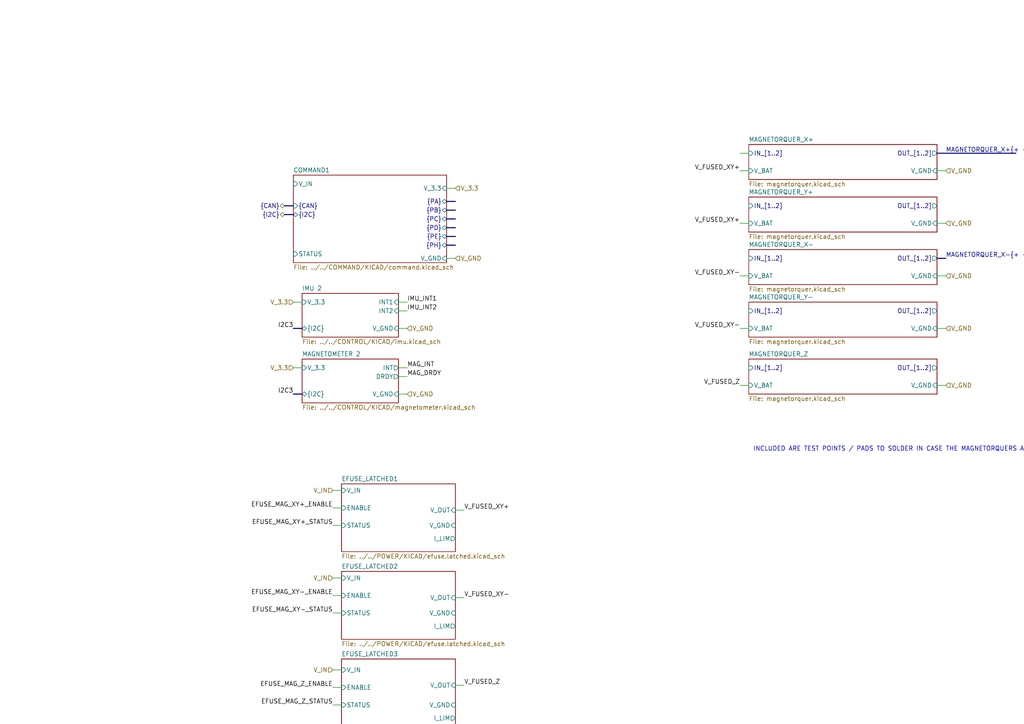
<source format=kicad_sch>
(kicad_sch
	(version 20231120)
	(generator "eeschema")
	(generator_version "8.0")
	(uuid "7f4e4c44-5473-4f00-90d0-0fbe402e61f1")
	(paper "A4")
	(lib_symbols)
	(bus
		(pts
			(xy 129.54 68.58) (xy 132.08 68.58)
		)
		(stroke
			(width 0)
			(type default)
		)
		(uuid "01a2e0d3-baf7-4d67-b38b-9f3c4bf87be1")
	)
	(wire
		(pts
			(xy 96.52 142.24) (xy 99.06 142.24)
		)
		(stroke
			(width 0)
			(type default)
		)
		(uuid "0a87adef-e4b7-4a1f-a71c-1150670cb333")
	)
	(wire
		(pts
			(xy 96.52 194.31) (xy 99.06 194.31)
		)
		(stroke
			(width 0)
			(type default)
		)
		(uuid "0b32551a-2365-4606-8e3c-60b24c90a0c8")
	)
	(wire
		(pts
			(xy 132.08 54.61) (xy 129.54 54.61)
		)
		(stroke
			(width 0)
			(type default)
		)
		(uuid "0c185c7c-5f87-499c-9f36-f9b8f1e6ffb6")
	)
	(wire
		(pts
			(xy 96.52 147.32) (xy 99.06 147.32)
		)
		(stroke
			(width 0)
			(type default)
		)
		(uuid "0dde5684-3c80-405f-b115-07827aa08757")
	)
	(bus
		(pts
			(xy 129.54 66.04) (xy 132.08 66.04)
		)
		(stroke
			(width 0)
			(type default)
		)
		(uuid "181f39a6-956f-470f-876f-f43980897bdf")
	)
	(wire
		(pts
			(xy 118.11 114.3) (xy 115.57 114.3)
		)
		(stroke
			(width 0)
			(type default)
		)
		(uuid "19d183c5-71d9-466b-a653-426f35ebb794")
	)
	(wire
		(pts
			(xy 115.57 109.22) (xy 118.11 109.22)
		)
		(stroke
			(width 0)
			(type default)
		)
		(uuid "1da3033e-46ff-42d3-b9c3-1dad26de2d74")
	)
	(wire
		(pts
			(xy 214.63 49.53) (xy 217.17 49.53)
		)
		(stroke
			(width 0)
			(type default)
		)
		(uuid "2d0fe62b-8260-44f7-baa9-d532518610c8")
	)
	(wire
		(pts
			(xy 274.32 49.53) (xy 271.78 49.53)
		)
		(stroke
			(width 0)
			(type default)
		)
		(uuid "3e521af2-c226-4f1d-a2d8-62baf9dc0167")
	)
	(wire
		(pts
			(xy 274.32 95.25) (xy 271.78 95.25)
		)
		(stroke
			(width 0)
			(type default)
		)
		(uuid "46b6abf3-42b1-4f89-bd2b-897070d51847")
	)
	(wire
		(pts
			(xy 274.32 64.77) (xy 271.78 64.77)
		)
		(stroke
			(width 0)
			(type default)
		)
		(uuid "4c4177c0-d60a-496d-95ca-2b47e0e660d3")
	)
	(wire
		(pts
			(xy 118.11 95.25) (xy 115.57 95.25)
		)
		(stroke
			(width 0)
			(type default)
		)
		(uuid "54cba764-ac87-4f55-b999-d98285055f66")
	)
	(wire
		(pts
			(xy 96.52 199.39) (xy 99.06 199.39)
		)
		(stroke
			(width 0)
			(type default)
		)
		(uuid "57eddc0c-3110-4ccf-8578-00c79b6cf8b0")
	)
	(wire
		(pts
			(xy 214.63 44.45) (xy 217.17 44.45)
		)
		(stroke
			(width 0)
			(type default)
		)
		(uuid "57f0c780-727a-4505-b9f2-ca010e6d1f8c")
	)
	(bus
		(pts
			(xy 271.78 44.45) (xy 294.64 44.45)
		)
		(stroke
			(width 0)
			(type default)
		)
		(uuid "5e4295c5-7bb2-45b4-bab0-8c58bf131ccf")
	)
	(wire
		(pts
			(xy 96.52 177.8) (xy 99.06 177.8)
		)
		(stroke
			(width 0)
			(type default)
		)
		(uuid "602437d0-0329-4453-a5ea-835a690dd0af")
	)
	(wire
		(pts
			(xy 115.57 90.17) (xy 118.11 90.17)
		)
		(stroke
			(width 0)
			(type default)
		)
		(uuid "66aadca2-954f-43d8-a29a-d459165c0ed7")
	)
	(wire
		(pts
			(xy 96.52 172.72) (xy 99.06 172.72)
		)
		(stroke
			(width 0)
			(type default)
		)
		(uuid "68d1a659-eb30-4bea-b4d1-1c175218df2b")
	)
	(bus
		(pts
			(xy 82.55 62.23) (xy 85.09 62.23)
		)
		(stroke
			(width 0)
			(type default)
		)
		(uuid "70714db5-25b8-4bed-b767-4c2760874b1f")
	)
	(bus
		(pts
			(xy 271.78 74.93) (xy 274.32 74.93)
		)
		(stroke
			(width 0)
			(type default)
		)
		(uuid "7f365bb8-b876-41b8-bafa-e40706083536")
	)
	(wire
		(pts
			(xy 115.57 87.63) (xy 118.11 87.63)
		)
		(stroke
			(width 0)
			(type default)
		)
		(uuid "82d30b0f-872a-4b28-b797-9ad1a4303315")
	)
	(wire
		(pts
			(xy 85.09 87.63) (xy 87.63 87.63)
		)
		(stroke
			(width 0)
			(type default)
		)
		(uuid "831e4f91-dc77-4846-b346-bf3c3d2a27f5")
	)
	(bus
		(pts
			(xy 85.09 95.25) (xy 87.63 95.25)
		)
		(stroke
			(width 0)
			(type default)
		)
		(uuid "83d68ebc-bb12-4ee3-9785-d322a98f3d8d")
	)
	(bus
		(pts
			(xy 129.54 63.5) (xy 132.08 63.5)
		)
		(stroke
			(width 0)
			(type default)
		)
		(uuid "86b1e614-2cd2-4856-9c73-b2c5130218c9")
	)
	(wire
		(pts
			(xy 115.57 106.68) (xy 118.11 106.68)
		)
		(stroke
			(width 0)
			(type default)
		)
		(uuid "87f1fbc0-6593-417d-bca3-3d12ffe7c934")
	)
	(wire
		(pts
			(xy 274.32 80.01) (xy 271.78 80.01)
		)
		(stroke
			(width 0)
			(type default)
		)
		(uuid "88489b60-3337-47d6-af37-5434898df31d")
	)
	(bus
		(pts
			(xy 129.54 71.12) (xy 132.08 71.12)
		)
		(stroke
			(width 0)
			(type default)
		)
		(uuid "8f0ca80e-cfa2-4756-ba71-75afbb5ab17f")
	)
	(wire
		(pts
			(xy 134.62 198.755) (xy 132.08 198.755)
		)
		(stroke
			(width 0)
			(type default)
		)
		(uuid "9ba690f6-8a74-4c7c-97e8-5eecbffe7990")
	)
	(wire
		(pts
			(xy 214.63 64.77) (xy 217.17 64.77)
		)
		(stroke
			(width 0)
			(type default)
		)
		(uuid "9c85b3dd-3a38-409e-982f-12e5f44d77d0")
	)
	(wire
		(pts
			(xy 132.08 74.93) (xy 129.54 74.93)
		)
		(stroke
			(width 0)
			(type default)
		)
		(uuid "9d34e576-da9e-4705-bdd6-4a1fa38c61b1")
	)
	(wire
		(pts
			(xy 214.63 80.01) (xy 217.17 80.01)
		)
		(stroke
			(width 0)
			(type default)
		)
		(uuid "a0a70513-3c07-43ad-b08e-4a930421be45")
	)
	(bus
		(pts
			(xy 129.54 58.42) (xy 132.08 58.42)
		)
		(stroke
			(width 0)
			(type default)
		)
		(uuid "b5e52b5e-14ed-4378-bcb2-e9bd5082fd10")
	)
	(wire
		(pts
			(xy 274.32 111.76) (xy 271.78 111.76)
		)
		(stroke
			(width 0)
			(type default)
		)
		(uuid "bafe0b87-46ea-42bd-924f-e727f825905f")
	)
	(bus
		(pts
			(xy 129.54 60.96) (xy 132.08 60.96)
		)
		(stroke
			(width 0)
			(type default)
		)
		(uuid "c27b8416-2ec3-47c9-8272-a1da3737bcda")
	)
	(wire
		(pts
			(xy 96.52 204.47) (xy 99.06 204.47)
		)
		(stroke
			(width 0)
			(type default)
		)
		(uuid "da85bbf8-cbc7-48bb-a6ab-7ec10aa90856")
	)
	(bus
		(pts
			(xy 85.09 114.3) (xy 87.63 114.3)
		)
		(stroke
			(width 0)
			(type default)
		)
		(uuid "db15aace-00d2-4fd0-aaca-bfab6d71072b")
	)
	(wire
		(pts
			(xy 96.52 152.4) (xy 99.06 152.4)
		)
		(stroke
			(width 0)
			(type default)
		)
		(uuid "dc7bac13-3d40-47bf-995e-da79294c0ec5")
	)
	(wire
		(pts
			(xy 134.62 147.955) (xy 132.08 147.955)
		)
		(stroke
			(width 0)
			(type default)
		)
		(uuid "e4cff0ff-47db-4468-9459-4a978108acbc")
	)
	(wire
		(pts
			(xy 214.63 95.25) (xy 217.17 95.25)
		)
		(stroke
			(width 0)
			(type default)
		)
		(uuid "e587192e-24f7-4154-8fe1-56e145144937")
	)
	(wire
		(pts
			(xy 134.62 173.355) (xy 132.08 173.355)
		)
		(stroke
			(width 0)
			(type default)
		)
		(uuid "e9c87195-9162-4742-bce2-1dd423acaff2")
	)
	(wire
		(pts
			(xy 214.63 111.76) (xy 217.17 111.76)
		)
		(stroke
			(width 0)
			(type default)
		)
		(uuid "eea8dbd0-25a2-4c3b-8e44-b22a7ea9360a")
	)
	(wire
		(pts
			(xy 96.52 167.64) (xy 99.06 167.64)
		)
		(stroke
			(width 0)
			(type default)
		)
		(uuid "eefc3f00-24d8-43c4-890e-a8454cceca28")
	)
	(bus
		(pts
			(xy 82.55 59.69) (xy 85.09 59.69)
		)
		(stroke
			(width 0)
			(type default)
		)
		(uuid "ef8cb364-2788-4559-85de-a6cd91080640")
	)
	(wire
		(pts
			(xy 85.09 106.68) (xy 87.63 106.68)
		)
		(stroke
			(width 0)
			(type default)
		)
		(uuid "f52e17af-e071-40cd-b3be-87705108b5a7")
	)
	(text "INCLUDED ARE TEST POINTS / PADS TO SOLDER IN CASE THE MAGNETORQUERS ARE TOO WEAK"
		(exclude_from_sim no)
		(at 218.44 129.54 0)
		(effects
			(font
				(size 1.27 1.27)
			)
			(justify left top)
		)
		(uuid "c08d4e74-9740-4537-b6cf-18bc45d2b083")
	)
	(label "I2C3"
		(at 85.09 114.3 180)
		(fields_autoplaced yes)
		(effects
			(font
				(size 1.27 1.27)
			)
			(justify right bottom)
		)
		(uuid "0064d70f-6fc6-4978-b2b9-4b00b2ec3660")
	)
	(label "IMU_INT2"
		(at 118.11 90.17 0)
		(fields_autoplaced yes)
		(effects
			(font
				(size 1.27 1.27)
			)
			(justify left bottom)
		)
		(uuid "1ed6895f-5e4f-4689-916d-75f621e8c686")
	)
	(label "MAGNETORQUER_X+{+ -}"
		(at 274.32 44.45 0)
		(fields_autoplaced yes)
		(effects
			(font
				(size 1.27 1.27)
			)
			(justify left bottom)
		)
		(uuid "25649e77-0cb0-4bba-919d-843cc53e713a")
	)
	(label "V_FUSED_XY+"
		(at 214.63 64.77 180)
		(fields_autoplaced yes)
		(effects
			(font
				(size 1.27 1.27)
			)
			(justify right bottom)
		)
		(uuid "29ba0c2c-aa51-4bce-b128-3b33cfc569b8")
	)
	(label "EFUSE_MAG_Z_STATUS"
		(at 96.52 204.47 180)
		(fields_autoplaced yes)
		(effects
			(font
				(size 1.27 1.27)
			)
			(justify right bottom)
		)
		(uuid "417e171f-5514-4774-ac5b-a5dd99073505")
	)
	(label "V_FUSED_XY+"
		(at 134.62 147.955 0)
		(fields_autoplaced yes)
		(effects
			(font
				(size 1.27 1.27)
			)
			(justify left bottom)
		)
		(uuid "4d63b35e-364c-4897-89b2-0372bfa30af5")
	)
	(label "V_FUSED_XY-"
		(at 214.63 95.25 180)
		(fields_autoplaced yes)
		(effects
			(font
				(size 1.27 1.27)
			)
			(justify right bottom)
		)
		(uuid "58b1cae6-f808-4657-ac9c-40ff19a7f7e1")
	)
	(label "EFUSE_MAG_Z_ENABLE"
		(at 96.52 199.39 180)
		(fields_autoplaced yes)
		(effects
			(font
				(size 1.27 1.27)
			)
			(justify right bottom)
		)
		(uuid "7881b9ab-3654-4272-b3e1-664da5e9d4c9")
	)
	(label "V_FUSED_Z"
		(at 214.63 111.76 180)
		(fields_autoplaced yes)
		(effects
			(font
				(size 1.27 1.27)
			)
			(justify right bottom)
		)
		(uuid "868ace7a-0cc4-45e8-bae0-b5a4dae8fe4c")
	)
	(label "MAG_DRDY"
		(at 118.11 109.22 0)
		(fields_autoplaced yes)
		(effects
			(font
				(size 1.27 1.27)
			)
			(justify left bottom)
		)
		(uuid "9dd818e8-c691-4add-b94e-c1bbad1ab4f0")
	)
	(label "EFUSE_MAG_XY-_STATUS"
		(at 96.52 177.8 180)
		(fields_autoplaced yes)
		(effects
			(font
				(size 1.27 1.27)
			)
			(justify right bottom)
		)
		(uuid "a8ad8f69-ee0b-4a6f-80c8-8e778e3d5a3d")
	)
	(label "EFUSE_MAG_XY-_ENABLE"
		(at 96.52 172.72 180)
		(fields_autoplaced yes)
		(effects
			(font
				(size 1.27 1.27)
			)
			(justify right bottom)
		)
		(uuid "ad2500d1-14cf-4b19-90ee-e07087604698")
	)
	(label "MAGNETORQUER_X-{+ -}"
		(at 274.32 74.93 0)
		(fields_autoplaced yes)
		(effects
			(font
				(size 1.27 1.27)
			)
			(justify left bottom)
		)
		(uuid "b58b11e0-75bc-4889-8e57-dcd771758cbc")
	)
	(label "V_FUSED_XY+"
		(at 214.63 49.53 180)
		(fields_autoplaced yes)
		(effects
			(font
				(size 1.27 1.27)
			)
			(justify right bottom)
		)
		(uuid "b780e1e9-9577-41f2-9512-3e91145d56ed")
	)
	(label "V_FUSED_Z"
		(at 134.62 198.755 0)
		(fields_autoplaced yes)
		(effects
			(font
				(size 1.27 1.27)
			)
			(justify left bottom)
		)
		(uuid "bd8bffa8-78ab-4049-a727-e485317a2827")
	)
	(label "EFUSE_MAG_XY+_STATUS"
		(at 96.52 152.4 180)
		(fields_autoplaced yes)
		(effects
			(font
				(size 1.27 1.27)
			)
			(justify right bottom)
		)
		(uuid "c753f6d6-db28-495e-ad98-1ec70466ef6c")
	)
	(label "IMU_INT1"
		(at 118.11 87.63 0)
		(fields_autoplaced yes)
		(effects
			(font
				(size 1.27 1.27)
			)
			(justify left bottom)
		)
		(uuid "d1c88199-6865-4024-81e8-eb107ec3ab70")
	)
	(label "V_FUSED_XY-"
		(at 214.63 80.01 180)
		(fields_autoplaced yes)
		(effects
			(font
				(size 1.27 1.27)
			)
			(justify right bottom)
		)
		(uuid "da75e2d4-620e-4e83-91ae-7ddd342bc5f2")
	)
	(label "EFUSE_MAG_XY+_ENABLE"
		(at 96.52 147.32 180)
		(fields_autoplaced yes)
		(effects
			(font
				(size 1.27 1.27)
			)
			(justify right bottom)
		)
		(uuid "e491ff23-db04-4fc5-ab35-0d02feeeb1a7")
	)
	(label "MAG_INT"
		(at 118.11 106.68 0)
		(fields_autoplaced yes)
		(effects
			(font
				(size 1.27 1.27)
			)
			(justify left bottom)
		)
		(uuid "ee086fd8-8776-4a93-a486-494ce9157ef6")
	)
	(label "V_FUSED_XY-"
		(at 134.62 173.355 0)
		(fields_autoplaced yes)
		(effects
			(font
				(size 1.27 1.27)
			)
			(justify left bottom)
		)
		(uuid "ef3f8214-d339-4d04-8d81-77d64e6d2fa6")
	)
	(label "I2C3"
		(at 85.09 95.25 180)
		(fields_autoplaced yes)
		(effects
			(font
				(size 1.27 1.27)
			)
			(justify right bottom)
		)
		(uuid "f84eb9bb-c7b5-43b0-baf3-3e0c6335863e")
	)
	(hierarchical_label "V_IN"
		(shape input)
		(at 96.52 142.24 180)
		(fields_autoplaced yes)
		(effects
			(font
				(size 1.27 1.27)
			)
			(justify right)
		)
		(uuid "44a509b2-2fdb-4b40-ba92-5a0da1a66cc0")
	)
	(hierarchical_label "V_3.3"
		(shape input)
		(at 132.08 54.61 0)
		(fields_autoplaced yes)
		(effects
			(font
				(size 1.27 1.27)
			)
			(justify left)
		)
		(uuid "545be776-9776-4d6b-95ae-45a2f540d624")
	)
	(hierarchical_label "V_GND"
		(shape input)
		(at 274.32 111.76 0)
		(fields_autoplaced yes)
		(effects
			(font
				(size 1.27 1.27)
			)
			(justify left)
		)
		(uuid "574a0fc8-b5fb-49ad-873d-6cf6e2036978")
	)
	(hierarchical_label "V_GND"
		(shape input)
		(at 118.11 114.3 0)
		(fields_autoplaced yes)
		(effects
			(font
				(size 1.27 1.27)
			)
			(justify left)
		)
		(uuid "6f6b190a-84f8-42da-b77b-c39223e0270b")
	)
	(hierarchical_label "V_IN"
		(shape input)
		(at 96.52 194.31 180)
		(fields_autoplaced yes)
		(effects
			(font
				(size 1.27 1.27)
			)
			(justify right)
		)
		(uuid "70cf0d20-d686-4969-bd18-8389fff7caa0")
	)
	(hierarchical_label "V_3.3"
		(shape input)
		(at 85.09 106.68 180)
		(fields_autoplaced yes)
		(effects
			(font
				(size 1.27 1.27)
			)
			(justify right)
		)
		(uuid "78149bb7-b730-4c84-84a8-6c7769a4cd5d")
	)
	(hierarchical_label "V_GND"
		(shape input)
		(at 132.08 74.93 0)
		(fields_autoplaced yes)
		(effects
			(font
				(size 1.27 1.27)
			)
			(justify left)
		)
		(uuid "797c5572-c3bc-48b5-8563-359e2410cfd0")
	)
	(hierarchical_label "V_GND"
		(shape input)
		(at 274.32 80.01 0)
		(fields_autoplaced yes)
		(effects
			(font
				(size 1.27 1.27)
			)
			(justify left)
		)
		(uuid "92df1fda-4739-4866-a271-d829bfee4cb9")
	)
	(hierarchical_label "{CAN}"
		(shape bidirectional)
		(at 82.55 59.69 180)
		(fields_autoplaced yes)
		(effects
			(font
				(size 1.27 1.27)
			)
			(justify right)
		)
		(uuid "93425bac-18c5-45a5-9415-cc75e5a02cee")
	)
	(hierarchical_label "V_GND"
		(shape input)
		(at 274.32 95.25 0)
		(fields_autoplaced yes)
		(effects
			(font
				(size 1.27 1.27)
			)
			(justify left)
		)
		(uuid "a788539a-da21-4863-bce9-2fd1b6b35ea4")
	)
	(hierarchical_label "V_GND"
		(shape input)
		(at 274.32 64.77 0)
		(fields_autoplaced yes)
		(effects
			(font
				(size 1.27 1.27)
			)
			(justify left)
		)
		(uuid "aeb50544-94e1-4c70-a200-a8a8554e9031")
	)
	(hierarchical_label "V_GND"
		(shape input)
		(at 118.11 95.25 0)
		(fields_autoplaced yes)
		(effects
			(font
				(size 1.27 1.27)
			)
			(justify left)
		)
		(uuid "c97e9bc6-dd79-4119-922c-04682e9ae05c")
	)
	(hierarchical_label "V_IN"
		(shape input)
		(at 96.52 167.64 180)
		(fields_autoplaced yes)
		(effects
			(font
				(size 1.27 1.27)
			)
			(justify right)
		)
		(uuid "ea8a4daa-2696-4229-baa2-0b265be0213a")
	)
	(hierarchical_label "{I2C}"
		(shape bidirectional)
		(at 82.55 62.23 180)
		(fields_autoplaced yes)
		(effects
			(font
				(size 1.27 1.27)
			)
			(justify right)
		)
		(uuid "f2753418-a2cd-425e-ae36-718668cba717")
	)
	(hierarchical_label "V_GND"
		(shape input)
		(at 274.32 49.53 0)
		(fields_autoplaced yes)
		(effects
			(font
				(size 1.27 1.27)
			)
			(justify left)
		)
		(uuid "f7dd5cea-fa64-43fe-aa40-d0ab007766b5")
	)
	(hierarchical_label "V_3.3"
		(shape input)
		(at 85.09 87.63 180)
		(fields_autoplaced yes)
		(effects
			(font
				(size 1.27 1.27)
			)
			(justify right)
		)
		(uuid "f8a2b10c-8649-456d-aa8a-b053e5c1710d")
	)
	(sheet
		(at 99.06 165.735)
		(size 33.02 19.685)
		(fields_autoplaced yes)
		(stroke
			(width 0.1524)
			(type solid)
		)
		(fill
			(color 0 0 0 0.0000)
		)
		(uuid "0c778c24-e804-4e7a-a7ec-0e61d23660cd")
		(property "Sheetname" "EFUSE_LATCHED2"
			(at 99.06 165.0234 0)
			(effects
				(font
					(size 1.27 1.27)
				)
				(justify left bottom)
			)
		)
		(property "Sheetfile" "../../POWER/KICAD/efuse.latched.kicad_sch"
			(at 99.06 186.0046 0)
			(effects
				(font
					(size 1.27 1.27)
				)
				(justify left top)
			)
		)
		(pin "V_OUT" input
			(at 132.08 173.355 0)
			(effects
				(font
					(size 1.27 1.27)
				)
				(justify right)
			)
			(uuid "c0121a93-124a-4f62-a0dd-423e6b344f11")
		)
		(pin "V_GND" input
			(at 132.08 177.8 0)
			(effects
				(font
					(size 1.27 1.27)
				)
				(justify right)
			)
			(uuid "a9193146-b25e-4a54-9ecb-1fdae22a6293")
		)
		(pin "STATUS" input
			(at 99.06 177.8 180)
			(effects
				(font
					(size 1.27 1.27)
				)
				(justify left)
			)
			(uuid "e61b761d-03bf-4698-8dca-79154cad07b6")
		)
		(pin "ENABLE" input
			(at 99.06 172.72 180)
			(effects
				(font
					(size 1.27 1.27)
				)
				(justify left)
			)
			(uuid "0f5c2122-5d91-4231-b546-871559160f21")
		)
		(pin "V_IN" input
			(at 99.06 167.64 180)
			(effects
				(font
					(size 1.27 1.27)
				)
				(justify left)
			)
			(uuid "91f53e23-6a2e-43f9-bb33-0e409c78fbd8")
		)
		(pin "I_LIM" output
			(at 132.08 181.61 0)
			(effects
				(font
					(size 1.27 1.27)
				)
				(justify right)
			)
			(uuid "9ffbb163-f60b-414e-80e1-eee304e4511b")
		)
		(instances
			(project "control"
				(path "/c4b3c8f9-82bd-4648-8d22-870bf16aa829/29a81977-0a76-472b-8d88-45695e75b501"
					(page "39")
				)
			)
		)
	)
	(sheet
		(at 99.06 191.135)
		(size 33.02 22.86)
		(fields_autoplaced yes)
		(stroke
			(width 0.1524)
			(type solid)
		)
		(fill
			(color 0 0 0 0.0000)
		)
		(uuid "225a98f3-f595-40fb-98a2-a3c507f7e1c7")
		(property "Sheetname" "EFUSE_LATCHED3"
			(at 99.06 190.4234 0)
			(effects
				(font
					(size 1.27 1.27)
				)
				(justify left bottom)
			)
		)
		(property "Sheetfile" "../../POWER/KICAD/efuse.latched.kicad_sch"
			(at 99.06 214.5796 0)
			(effects
				(font
					(size 1.27 1.27)
				)
				(justify left top)
			)
		)
		(pin "V_OUT" input
			(at 132.08 198.755 0)
			(effects
				(font
					(size 1.27 1.27)
				)
				(justify right)
			)
			(uuid "4c1f5244-5ce9-4954-bbca-b00fdd8415c6")
		)
		(pin "V_GND" input
			(at 132.08 204.47 0)
			(effects
				(font
					(size 1.27 1.27)
				)
				(justify right)
			)
			(uuid "2ce6bba8-77b1-4b2d-94f4-727b121feb06")
		)
		(pin "STATUS" input
			(at 99.06 204.47 180)
			(effects
				(font
					(size 1.27 1.27)
				)
				(justify left)
			)
			(uuid "c0273ccd-fee7-4775-83b5-ffb554635733")
		)
		(pin "ENABLE" input
			(at 99.06 199.39 180)
			(effects
				(font
					(size 1.27 1.27)
				)
				(justify left)
			)
			(uuid "9f08734a-0f03-44f4-8ae0-f716a0570505")
		)
		(pin "V_IN" input
			(at 99.06 194.31 180)
			(effects
				(font
					(size 1.27 1.27)
				)
				(justify left)
			)
			(uuid "213e5f71-e8b9-49cc-9058-4a5c53fcbea3")
		)
		(pin "I_LIM" output
			(at 132.08 208.28 0)
			(effects
				(font
					(size 1.27 1.27)
				)
				(justify right)
			)
			(uuid "32452431-797d-4b5a-9d17-08968f6efb47")
		)
		(instances
			(project "control"
				(path "/c4b3c8f9-82bd-4648-8d22-870bf16aa829/29a81977-0a76-472b-8d88-45695e75b501"
					(page "41")
				)
			)
		)
	)
	(sheet
		(at 217.17 41.91)
		(size 54.61 10.16)
		(fields_autoplaced yes)
		(stroke
			(width 0.1524)
			(type solid)
		)
		(fill
			(color 0 0 0 0.0000)
		)
		(uuid "5515c2b4-89e0-44d6-9c6c-4352b897283b")
		(property "Sheetname" "MAGNETORQUER_X+"
			(at 217.17 41.1984 0)
			(effects
				(font
					(size 1.27 1.27)
				)
				(justify left bottom)
			)
		)
		(property "Sheetfile" "magnetorquer.kicad_sch"
			(at 217.17 52.6546 0)
			(effects
				(font
					(size 1.27 1.27)
				)
				(justify left top)
			)
		)
		(pin "V_BAT" input
			(at 217.17 49.53 180)
			(effects
				(font
					(size 1.27 1.27)
				)
				(justify left)
			)
			(uuid "193de690-0f5b-4b29-9c90-5490d35674b4")
		)
		(pin "V_GND" input
			(at 271.78 49.53 0)
			(effects
				(font
					(size 1.27 1.27)
				)
				(justify right)
			)
			(uuid "cb4c451b-1742-4a97-910e-546176673d8c")
		)
		(pin "OUT_[1..2]" output
			(at 271.78 44.45 0)
			(effects
				(font
					(size 1.27 1.27)
				)
				(justify right)
			)
			(uuid "d9b6306d-b56a-4653-a626-bcb2435a3d23")
		)
		(pin "IN_[1..2]" input
			(at 217.17 44.45 180)
			(effects
				(font
					(size 1.27 1.27)
				)
				(justify left)
			)
			(uuid "e0b1beea-2ffb-4f62-be8f-fa31839bfdc1")
		)
		(instances
			(project "control"
				(path "/c4b3c8f9-82bd-4648-8d22-870bf16aa829/29a81977-0a76-472b-8d88-45695e75b501"
					(page "20")
				)
			)
		)
	)
	(sheet
		(at 217.17 104.14)
		(size 54.61 10.16)
		(fields_autoplaced yes)
		(stroke
			(width 0.1524)
			(type solid)
		)
		(fill
			(color 0 0 0 0.0000)
		)
		(uuid "5b9a0047-516c-4e3b-addf-e80b44a059cc")
		(property "Sheetname" "MAGNETORQUER_Z"
			(at 217.17 103.4284 0)
			(effects
				(font
					(size 1.27 1.27)
				)
				(justify left bottom)
			)
		)
		(property "Sheetfile" "magnetorquer.kicad_sch"
			(at 217.17 114.8846 0)
			(effects
				(font
					(size 1.27 1.27)
				)
				(justify left top)
			)
		)
		(pin "V_BAT" input
			(at 217.17 111.76 180)
			(effects
				(font
					(size 1.27 1.27)
				)
				(justify left)
			)
			(uuid "c7c62637-c6b0-4f08-8a73-a2e534b8a9ed")
		)
		(pin "V_GND" input
			(at 271.78 111.76 0)
			(effects
				(font
					(size 1.27 1.27)
				)
				(justify right)
			)
			(uuid "0cbb4f84-817a-40c1-89ed-1f287fee20d0")
		)
		(pin "OUT_[1..2]" output
			(at 271.78 106.68 0)
			(effects
				(font
					(size 1.27 1.27)
				)
				(justify right)
			)
			(uuid "5c9300db-7fa6-42d7-bd44-bff8d8273489")
		)
		(pin "IN_[1..2]" input
			(at 217.17 106.68 180)
			(effects
				(font
					(size 1.27 1.27)
				)
				(justify left)
			)
			(uuid "b2e1c85c-d974-419e-9e3a-90a9eab0c427")
		)
		(instances
			(project "control"
				(path "/c4b3c8f9-82bd-4648-8d22-870bf16aa829/29a81977-0a76-472b-8d88-45695e75b501"
					(page "18")
				)
			)
		)
	)
	(sheet
		(at 85.09 50.8)
		(size 44.45 25.4)
		(fields_autoplaced yes)
		(stroke
			(width 0.1524)
			(type solid)
		)
		(fill
			(color 0 0 0 0.0000)
		)
		(uuid "5d95f24e-69a0-4585-974a-64f0c2602c3c")
		(property "Sheetname" "COMMAND1"
			(at 85.09 50.0884 0)
			(effects
				(font
					(size 1.27 1.27)
				)
				(justify left bottom)
			)
		)
		(property "Sheetfile" "../../COMMAND/KICAD/command.kicad_sch"
			(at 85.09 76.7846 0)
			(effects
				(font
					(size 1.27 1.27)
				)
				(justify left top)
			)
		)
		(pin "{I2C}" bidirectional
			(at 85.09 62.23 180)
			(effects
				(font
					(size 1.27 1.27)
				)
				(justify left)
			)
			(uuid "9589eb89-038b-4d5a-a5e0-6b86f5b6674a")
		)
		(pin "V_3.3" input
			(at 129.54 54.61 0)
			(effects
				(font
					(size 1.27 1.27)
				)
				(justify right)
			)
			(uuid "ba30d340-1b89-4986-8949-172df1e559b0")
		)
		(pin "V_GND" input
			(at 129.54 74.93 0)
			(effects
				(font
					(size 1.27 1.27)
				)
				(justify right)
			)
			(uuid "f22c4029-c5b6-462d-bf0e-0f5ffb487578")
		)
		(pin "{CAN}" input
			(at 85.09 59.69 180)
			(effects
				(font
					(size 1.27 1.27)
				)
				(justify left)
			)
			(uuid "57976f8f-1294-4765-bf9d-5171a3cbe896")
		)
		(pin "STATUS" input
			(at 85.09 73.66 180)
			(effects
				(font
					(size 1.27 1.27)
				)
				(justify left)
			)
			(uuid "d9eb604e-32ad-4e4d-9833-c57308776e46")
		)
		(pin "{PD}" bidirectional
			(at 129.54 66.04 0)
			(effects
				(font
					(size 1.27 1.27)
				)
				(justify right)
			)
			(uuid "30677a31-b157-42b1-8cd5-0f36d9fdb73e")
		)
		(pin "{PB}" bidirectional
			(at 129.54 60.96 0)
			(effects
				(font
					(size 1.27 1.27)
				)
				(justify right)
			)
			(uuid "9ab00b5a-03d8-4fcc-8ca4-ac3cb44a735f")
		)
		(pin "{PA}" bidirectional
			(at 129.54 58.42 0)
			(effects
				(font
					(size 1.27 1.27)
				)
				(justify right)
			)
			(uuid "5a077609-78d2-4a85-b361-5e11e394c918")
		)
		(pin "{PC}" bidirectional
			(at 129.54 63.5 0)
			(effects
				(font
					(size 1.27 1.27)
				)
				(justify right)
			)
			(uuid "5667f782-3b92-443a-a8ba-865c77283cbf")
		)
		(pin "{PE}" bidirectional
			(at 129.54 68.58 0)
			(effects
				(font
					(size 1.27 1.27)
				)
				(justify right)
			)
			(uuid "43d70cc2-ed3f-47da-9a66-aa64677491d0")
		)
		(pin "{PH}" bidirectional
			(at 129.54 71.12 0)
			(effects
				(font
					(size 1.27 1.27)
				)
				(justify right)
			)
			(uuid "2075dd15-e6c4-418b-bd06-2ca8d6cc4099")
		)
		(pin "V_IN" input
			(at 85.09 53.34 180)
			(effects
				(font
					(size 1.27 1.27)
				)
				(justify left)
			)
			(uuid "ac244e51-a0a2-4add-99e2-3ca77c30435b")
		)
		(instances
			(project "control"
				(path "/c4b3c8f9-82bd-4648-8d22-870bf16aa829/29a81977-0a76-472b-8d88-45695e75b501"
					(page "19")
				)
			)
		)
	)
	(sheet
		(at 87.63 104.14)
		(size 27.94 12.7)
		(fields_autoplaced yes)
		(stroke
			(width 0.1524)
			(type solid)
		)
		(fill
			(color 0 0 0 0.0000)
		)
		(uuid "73b2e9ff-1238-4887-a719-793481ab6810")
		(property "Sheetname" "MAGNETOMETER 2"
			(at 87.63 103.4284 0)
			(effects
				(font
					(size 1.27 1.27)
				)
				(justify left bottom)
			)
		)
		(property "Sheetfile" "../../CONTROL/KICAD/magnetometer.kicad_sch"
			(at 87.63 117.4246 0)
			(effects
				(font
					(size 1.27 1.27)
				)
				(justify left top)
			)
		)
		(pin "V_GND" input
			(at 115.57 114.3 0)
			(effects
				(font
					(size 1.27 1.27)
				)
				(justify right)
			)
			(uuid "c8d751b6-0ca4-4e23-a14b-157564d254bd")
		)
		(pin "V_3.3" input
			(at 87.63 106.68 180)
			(effects
				(font
					(size 1.27 1.27)
				)
				(justify left)
			)
			(uuid "2cb72cff-3426-4c24-8a8a-b380a496c162")
		)
		(pin "{I2C}" bidirectional
			(at 87.63 114.3 180)
			(effects
				(font
					(size 1.27 1.27)
				)
				(justify left)
			)
			(uuid "c468e6a1-d3a6-4062-ab4d-145bb0d3b658")
		)
		(pin "INT" output
			(at 115.57 106.68 0)
			(effects
				(font
					(size 1.27 1.27)
				)
				(justify right)
			)
			(uuid "06963c80-3ed2-46e4-a878-a03d6b6fb692")
		)
		(pin "DRDY" output
			(at 115.57 109.22 0)
			(effects
				(font
					(size 1.27 1.27)
				)
				(justify right)
			)
			(uuid "485ae11c-709b-41c4-a649-acfc0627d437")
		)
		(instances
			(project "control"
				(path "/c4b3c8f9-82bd-4648-8d22-870bf16aa829/29a81977-0a76-472b-8d88-45695e75b501"
					(page "6")
				)
			)
		)
	)
	(sheet
		(at 217.17 72.39)
		(size 54.61 10.16)
		(fields_autoplaced yes)
		(stroke
			(width 0.1524)
			(type solid)
		)
		(fill
			(color 0 0 0 0.0000)
		)
		(uuid "7fbc164b-2874-4c19-a992-166477eeefa6")
		(property "Sheetname" "MAGNETORQUER_X-"
			(at 217.17 71.6784 0)
			(effects
				(font
					(size 1.27 1.27)
				)
				(justify left bottom)
			)
		)
		(property "Sheetfile" "magnetorquer.kicad_sch"
			(at 217.17 83.1346 0)
			(effects
				(font
					(size 1.27 1.27)
				)
				(justify left top)
			)
		)
		(pin "V_BAT" input
			(at 217.17 80.01 180)
			(effects
				(font
					(size 1.27 1.27)
				)
				(justify left)
			)
			(uuid "deea7e56-39a1-4a45-b7db-32eef773ace7")
		)
		(pin "V_GND" input
			(at 271.78 80.01 0)
			(effects
				(font
					(size 1.27 1.27)
				)
				(justify right)
			)
			(uuid "603e7f77-0a70-42b4-858f-7155abe1a105")
		)
		(pin "OUT_[1..2]" output
			(at 271.78 74.93 0)
			(effects
				(font
					(size 1.27 1.27)
				)
				(justify right)
			)
			(uuid "885dbbab-95ef-4025-a312-b2e637ccc49b")
		)
		(pin "IN_[1..2]" input
			(at 217.17 74.93 180)
			(effects
				(font
					(size 1.27 1.27)
				)
				(justify left)
			)
			(uuid "e6db6339-588c-40c6-815a-f6658e5315ad")
		)
		(instances
			(project "control"
				(path "/c4b3c8f9-82bd-4648-8d22-870bf16aa829/29a81977-0a76-472b-8d88-45695e75b501"
					(page "7")
				)
			)
		)
	)
	(sheet
		(at 99.06 140.335)
		(size 33.02 19.685)
		(fields_autoplaced yes)
		(stroke
			(width 0.1524)
			(type solid)
		)
		(fill
			(color 0 0 0 0.0000)
		)
		(uuid "8d2ef980-89e5-4a91-bb16-014456652ca6")
		(property "Sheetname" "EFUSE_LATCHED1"
			(at 99.06 139.6234 0)
			(effects
				(font
					(size 1.27 1.27)
				)
				(justify left bottom)
			)
		)
		(property "Sheetfile" "../../POWER/KICAD/efuse.latched.kicad_sch"
			(at 99.06 160.6046 0)
			(effects
				(font
					(size 1.27 1.27)
				)
				(justify left top)
			)
		)
		(pin "V_OUT" input
			(at 132.08 147.955 0)
			(effects
				(font
					(size 1.27 1.27)
				)
				(justify right)
			)
			(uuid "10575276-ef28-4c4c-80ca-b449c28823f5")
		)
		(pin "V_GND" input
			(at 132.08 152.4 0)
			(effects
				(font
					(size 1.27 1.27)
				)
				(justify right)
			)
			(uuid "6c206fe6-6c0d-443a-9cf3-4668c4c47f31")
		)
		(pin "STATUS" input
			(at 99.06 152.4 180)
			(effects
				(font
					(size 1.27 1.27)
				)
				(justify left)
			)
			(uuid "eb393880-ee8b-4ff6-b696-66dbe4e01080")
		)
		(pin "ENABLE" input
			(at 99.06 147.32 180)
			(effects
				(font
					(size 1.27 1.27)
				)
				(justify left)
			)
			(uuid "979e71a1-44ce-439a-aa50-15f51496eeae")
		)
		(pin "V_IN" input
			(at 99.06 142.24 180)
			(effects
				(font
					(size 1.27 1.27)
				)
				(justify left)
			)
			(uuid "e50ad73e-bf16-47d3-86fe-17f856473f2c")
		)
		(pin "I_LIM" output
			(at 132.08 156.21 0)
			(effects
				(font
					(size 1.27 1.27)
				)
				(justify right)
			)
			(uuid "0b14e6f9-b1a1-470a-bed6-2e1a671a7bc4")
		)
		(instances
			(project "control"
				(path "/c4b3c8f9-82bd-4648-8d22-870bf16aa829/29a81977-0a76-472b-8d88-45695e75b501"
					(page "37")
				)
			)
		)
	)
	(sheet
		(at 217.17 57.15)
		(size 54.61 10.16)
		(fields_autoplaced yes)
		(stroke
			(width 0.1524)
			(type solid)
		)
		(fill
			(color 0 0 0 0.0000)
		)
		(uuid "af7edfcd-2aa5-4a42-8dd4-7a111c35a30f")
		(property "Sheetname" "MAGNETORQUER_Y+"
			(at 217.17 56.4384 0)
			(effects
				(font
					(size 1.27 1.27)
				)
				(justify left bottom)
			)
		)
		(property "Sheetfile" "magnetorquer.kicad_sch"
			(at 217.17 67.8946 0)
			(effects
				(font
					(size 1.27 1.27)
				)
				(justify left top)
			)
		)
		(pin "V_BAT" input
			(at 217.17 64.77 180)
			(effects
				(font
					(size 1.27 1.27)
				)
				(justify left)
			)
			(uuid "941aaa03-5eac-4d79-9c3e-7ebc44292ddd")
		)
		(pin "V_GND" input
			(at 271.78 64.77 0)
			(effects
				(font
					(size 1.27 1.27)
				)
				(justify right)
			)
			(uuid "e838e90a-7fdf-404d-94d9-10cf9a277720")
		)
		(pin "OUT_[1..2]" output
			(at 271.78 59.69 0)
			(effects
				(font
					(size 1.27 1.27)
				)
				(justify right)
			)
			(uuid "ad233a76-e9e3-49a2-ad83-5cac2a6a361c")
		)
		(pin "IN_[1..2]" input
			(at 217.17 59.69 180)
			(effects
				(font
					(size 1.27 1.27)
				)
				(justify left)
			)
			(uuid "4af30405-cbb8-4906-b75f-d7b646e22365")
		)
		(instances
			(project "control"
				(path "/c4b3c8f9-82bd-4648-8d22-870bf16aa829/29a81977-0a76-472b-8d88-45695e75b501"
					(page "15")
				)
			)
		)
	)
	(sheet
		(at 217.17 87.63)
		(size 54.61 10.16)
		(fields_autoplaced yes)
		(stroke
			(width 0.1524)
			(type solid)
		)
		(fill
			(color 0 0 0 0.0000)
		)
		(uuid "dde8df26-115a-409e-83dc-a42c4273e9cd")
		(property "Sheetname" "MAGNETORQUER_Y-"
			(at 217.17 86.9184 0)
			(effects
				(font
					(size 1.27 1.27)
				)
				(justify left bottom)
			)
		)
		(property "Sheetfile" "magnetorquer.kicad_sch"
			(at 217.17 98.3746 0)
			(effects
				(font
					(size 1.27 1.27)
				)
				(justify left top)
			)
		)
		(pin "V_BAT" input
			(at 217.17 95.25 180)
			(effects
				(font
					(size 1.27 1.27)
				)
				(justify left)
			)
			(uuid "a4a488a5-986a-418e-a0fa-aeba58c91af6")
		)
		(pin "V_GND" input
			(at 271.78 95.25 0)
			(effects
				(font
					(size 1.27 1.27)
				)
				(justify right)
			)
			(uuid "4b1ecbfc-49d6-4492-a874-929c3712906a")
		)
		(pin "OUT_[1..2]" output
			(at 271.78 90.17 0)
			(effects
				(font
					(size 1.27 1.27)
				)
				(justify right)
			)
			(uuid "bd2c52ef-8c67-42d4-ab10-7f70bbd49900")
		)
		(pin "IN_[1..2]" input
			(at 217.17 90.17 180)
			(effects
				(font
					(size 1.27 1.27)
				)
				(justify left)
			)
			(uuid "ce6026dd-1a0b-4764-a374-02884f39843c")
		)
		(instances
			(project "control"
				(path "/c4b3c8f9-82bd-4648-8d22-870bf16aa829/29a81977-0a76-472b-8d88-45695e75b501"
					(page "17")
				)
			)
		)
	)
	(sheet
		(at 87.63 85.09)
		(size 27.94 12.7)
		(fields_autoplaced yes)
		(stroke
			(width 0.1524)
			(type solid)
		)
		(fill
			(color 0 0 0 0.0000)
		)
		(uuid "ec2b2905-1572-4476-b559-bb6f4c1eb2ca")
		(property "Sheetname" "IMU 2"
			(at 87.63 84.3784 0)
			(effects
				(font
					(size 1.27 1.27)
				)
				(justify left bottom)
			)
		)
		(property "Sheetfile" "../../CONTROL/KICAD/imu.kicad_sch"
			(at 87.63 98.3746 0)
			(effects
				(font
					(size 1.27 1.27)
				)
				(justify left top)
			)
		)
		(pin "V_GND" input
			(at 115.57 95.25 0)
			(effects
				(font
					(size 1.27 1.27)
				)
				(justify right)
			)
			(uuid "d04aa46d-100c-463f-bf1e-bbc33dd78961")
		)
		(pin "INT2" input
			(at 115.57 90.17 0)
			(effects
				(font
					(size 1.27 1.27)
				)
				(justify right)
			)
			(uuid "f0cdb018-3fcb-4433-bdc4-903de735c067")
		)
		(pin "INT1" input
			(at 115.57 87.63 0)
			(effects
				(font
					(size 1.27 1.27)
				)
				(justify right)
			)
			(uuid "507f337f-190c-4bb6-b4df-a417b863bb8d")
		)
		(pin "V_3.3" input
			(at 87.63 87.63 180)
			(effects
				(font
					(size 1.27 1.27)
				)
				(justify left)
			)
			(uuid "d29f1e0e-e159-46c4-9cda-0a9511a66724")
		)
		(pin "{I2C}" bidirectional
			(at 87.63 95.25 180)
			(effects
				(font
					(size 1.27 1.27)
				)
				(justify left)
			)
			(uuid "6994509e-1792-4903-a4a6-31d52d9c6356")
		)
		(instances
			(project "control"
				(path "/c4b3c8f9-82bd-4648-8d22-870bf16aa829/29a81977-0a76-472b-8d88-45695e75b501"
					(page "5")
				)
			)
		)
	)
)

</source>
